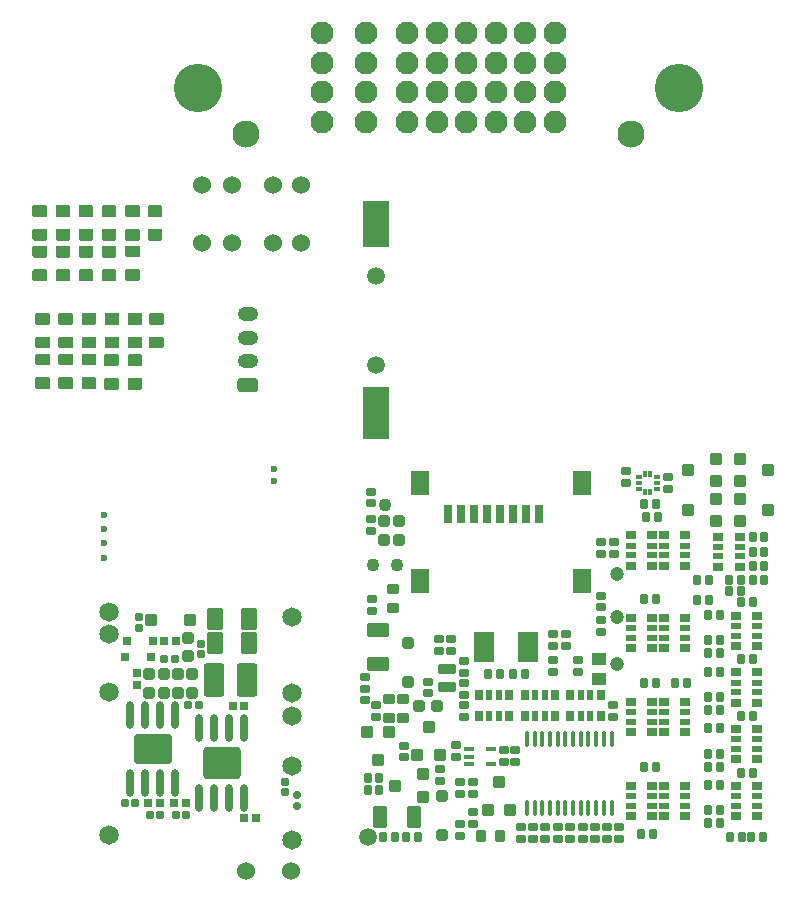
<source format=gbs>
G75*
G70*
%OFA0B0*%
%FSLAX25Y25*%
%IPPOS*%
%LPD*%
%AMOC8*
5,1,8,0,0,1.08239X$1,22.5*
%
%AMM108*
21,1,0.029530,0.026380,-0.000000,0.000000,0.000000*
21,1,0.020470,0.035430,-0.000000,0.000000,0.000000*
1,1,0.009060,0.010240,-0.013190*
1,1,0.009060,-0.010240,-0.013190*
1,1,0.009060,-0.010240,0.013190*
1,1,0.009060,0.010240,0.013190*
%
%AMM109*
21,1,0.021650,0.027950,-0.000000,0.000000,0.000000*
21,1,0.014170,0.035430,-0.000000,0.000000,0.000000*
1,1,0.007480,0.007090,-0.013980*
1,1,0.007480,-0.007090,-0.013980*
1,1,0.007480,-0.007090,0.013980*
1,1,0.007480,0.007090,0.013980*
%
%AMM112*
21,1,0.031500,0.018900,-0.000000,0.000000,180.000000*
21,1,0.022840,0.027560,-0.000000,0.000000,180.000000*
1,1,0.008660,-0.011420,0.009450*
1,1,0.008660,0.011420,0.009450*
1,1,0.008660,0.011420,-0.009450*
1,1,0.008660,-0.011420,-0.009450*
%
%AMM114*
21,1,0.031500,0.018900,-0.000000,0.000000,270.000000*
21,1,0.022840,0.027560,-0.000000,0.000000,270.000000*
1,1,0.008660,-0.009450,-0.011420*
1,1,0.008660,-0.009450,0.011420*
1,1,0.008660,0.009450,0.011420*
1,1,0.008660,0.009450,-0.011420*
%
%AMM116*
21,1,0.039370,0.030320,-0.000000,0.000000,0.000000*
21,1,0.028350,0.041340,-0.000000,0.000000,0.000000*
1,1,0.011020,0.014170,-0.015160*
1,1,0.011020,-0.014170,-0.015160*
1,1,0.011020,-0.014170,0.015160*
1,1,0.011020,0.014170,0.015160*
%
%AMM119*
21,1,0.031500,0.030710,-0.000000,0.000000,90.000000*
21,1,0.022050,0.040160,-0.000000,0.000000,90.000000*
1,1,0.009450,0.015350,0.011020*
1,1,0.009450,0.015350,-0.011020*
1,1,0.009450,-0.015350,-0.011020*
1,1,0.009450,-0.015350,0.011020*
%
%AMM137*
21,1,0.037400,0.026770,-0.000000,0.000000,180.000000*
21,1,0.026770,0.037400,-0.000000,0.000000,180.000000*
1,1,0.010630,-0.013390,0.013390*
1,1,0.010630,0.013390,0.013390*
1,1,0.010630,0.013390,-0.013390*
1,1,0.010630,-0.013390,-0.013390*
%
%AMM138*
21,1,0.029530,0.026380,-0.000000,0.000000,90.000000*
21,1,0.020470,0.035430,-0.000000,0.000000,90.000000*
1,1,0.009060,0.013190,0.010240*
1,1,0.009060,0.013190,-0.010240*
1,1,0.009060,-0.013190,-0.010240*
1,1,0.009060,-0.013190,0.010240*
%
%AMM139*
21,1,0.021650,0.027950,-0.000000,0.000000,90.000000*
21,1,0.014170,0.035430,-0.000000,0.000000,90.000000*
1,1,0.007480,0.013980,0.007090*
1,1,0.007480,0.013980,-0.007090*
1,1,0.007480,-0.013980,-0.007090*
1,1,0.007480,-0.013980,0.007090*
%
%AMM140*
21,1,0.037400,0.026770,-0.000000,0.000000,90.000000*
21,1,0.026770,0.037400,-0.000000,0.000000,90.000000*
1,1,0.010630,0.013390,0.013390*
1,1,0.010630,0.013390,-0.013390*
1,1,0.010630,-0.013390,-0.013390*
1,1,0.010630,-0.013390,0.013390*
%
%AMM141*
21,1,0.082680,0.045670,-0.000000,0.000000,270.000000*
21,1,0.067320,0.061020,-0.000000,0.000000,270.000000*
1,1,0.015350,-0.022840,-0.033660*
1,1,0.015350,-0.022840,0.033660*
1,1,0.015350,0.022840,0.033660*
1,1,0.015350,0.022840,-0.033660*
%
%AMM142*
21,1,0.062990,0.020470,-0.000000,0.000000,270.000000*
21,1,0.053940,0.029530,-0.000000,0.000000,270.000000*
1,1,0.009060,-0.010240,-0.026970*
1,1,0.009060,-0.010240,0.026970*
1,1,0.009060,0.010240,0.026970*
1,1,0.009060,0.010240,-0.026970*
%
%AMM143*
21,1,0.039370,0.030320,-0.000000,0.000000,270.000000*
21,1,0.028350,0.041340,-0.000000,0.000000,270.000000*
1,1,0.011020,-0.015160,-0.014170*
1,1,0.011020,-0.015160,0.014170*
1,1,0.011020,0.015160,0.014170*
1,1,0.011020,0.015160,-0.014170*
%
%AMM144*
21,1,0.016540,0.028980,-0.000000,0.000000,270.000000*
21,1,0.010080,0.035430,-0.000000,0.000000,270.000000*
1,1,0.006460,-0.014490,-0.005040*
1,1,0.006460,-0.014490,0.005040*
1,1,0.006460,0.014490,0.005040*
1,1,0.006460,0.014490,-0.005040*
%
%AMM145*
21,1,0.074800,0.036220,-0.000000,0.000000,90.000000*
21,1,0.061810,0.049210,-0.000000,0.000000,90.000000*
1,1,0.012990,0.018110,0.030910*
1,1,0.012990,0.018110,-0.030910*
1,1,0.012990,-0.018110,-0.030910*
1,1,0.012990,-0.018110,0.030910*
%
%AMM146*
21,1,0.039760,0.026770,-0.000000,0.000000,90.000000*
21,1,0.029130,0.037400,-0.000000,0.000000,90.000000*
1,1,0.010630,0.013390,0.014570*
1,1,0.010630,0.013390,-0.014570*
1,1,0.010630,-0.013390,-0.014570*
1,1,0.010630,-0.013390,0.014570*
%
%AMM147*
21,1,0.031500,0.049610,-0.000000,0.000000,90.000000*
21,1,0.022050,0.059060,-0.000000,0.000000,90.000000*
1,1,0.009450,0.024800,0.011020*
1,1,0.009450,0.024800,-0.011020*
1,1,0.009450,-0.024800,-0.011020*
1,1,0.009450,-0.024800,0.011020*
%
%AMM148*
21,1,0.074800,0.036220,-0.000000,0.000000,180.000000*
21,1,0.061810,0.049210,-0.000000,0.000000,180.000000*
1,1,0.012990,-0.030910,0.018110*
1,1,0.012990,0.030910,0.018110*
1,1,0.012990,0.030910,-0.018110*
1,1,0.012990,-0.030910,-0.018110*
%
%AMM149*
21,1,0.031500,0.030710,-0.000000,0.000000,180.000000*
21,1,0.022050,0.040160,-0.000000,0.000000,180.000000*
1,1,0.009450,-0.011020,0.015350*
1,1,0.009450,0.011020,0.015350*
1,1,0.009450,0.011020,-0.015350*
1,1,0.009450,-0.011020,-0.015350*
%
%AMM75*
21,1,0.041340,0.026770,0.000000,0.000000,0.000000*
21,1,0.029130,0.038980,0.000000,0.000000,0.000000*
1,1,0.012210,0.014570,-0.013390*
1,1,0.012210,-0.014570,-0.013390*
1,1,0.012210,-0.014570,0.013390*
1,1,0.012210,0.014570,0.013390*
%
%AMM76*
21,1,0.076380,0.036220,0.000000,0.000000,90.000000*
21,1,0.061810,0.050790,0.000000,0.000000,90.000000*
1,1,0.014570,0.018110,0.030910*
1,1,0.014570,0.018110,-0.030910*
1,1,0.014570,-0.018110,-0.030910*
1,1,0.014570,-0.018110,0.030910*
%
%AMM79*
21,1,0.029130,0.018900,0.000000,0.000000,90.000000*
21,1,0.018900,0.029130,0.000000,0.000000,90.000000*
1,1,0.010240,0.009450,0.009450*
1,1,0.010240,0.009450,-0.009450*
1,1,0.010240,-0.009450,-0.009450*
1,1,0.010240,-0.009450,0.009450*
%
%AMM80*
21,1,0.025200,0.019680,0.000000,0.000000,0.000000*
21,1,0.015750,0.029130,0.000000,0.000000,0.000000*
1,1,0.009450,0.007870,-0.009840*
1,1,0.009450,-0.007870,-0.009840*
1,1,0.009450,-0.007870,0.009840*
1,1,0.009450,0.007870,0.009840*
%
%AMM81*
21,1,0.025200,0.019680,0.000000,0.000000,270.000000*
21,1,0.015750,0.029130,0.000000,0.000000,270.000000*
1,1,0.009450,-0.009840,-0.007870*
1,1,0.009450,-0.009840,0.007870*
1,1,0.009450,0.009840,0.007870*
1,1,0.009450,0.009840,-0.007870*
%
%AMM87*
21,1,0.111810,0.050390,0.000000,0.000000,90.000000*
21,1,0.093700,0.068500,0.000000,0.000000,90.000000*
1,1,0.018110,0.025200,0.046850*
1,1,0.018110,0.025200,-0.046850*
1,1,0.018110,-0.025200,-0.046850*
1,1,0.018110,-0.025200,0.046850*
%
%AMM88*
21,1,0.038980,0.026770,0.000000,0.000000,270.000000*
21,1,0.026770,0.038980,0.000000,0.000000,270.000000*
1,1,0.012210,-0.013390,-0.013390*
1,1,0.012210,-0.013390,0.013390*
1,1,0.012210,0.013390,0.013390*
1,1,0.012210,0.013390,-0.013390*
%
%AMM89*
21,1,0.029130,0.018900,0.000000,0.000000,180.000000*
21,1,0.018900,0.029130,0.000000,0.000000,180.000000*
1,1,0.010240,-0.009450,0.009450*
1,1,0.010240,0.009450,0.009450*
1,1,0.010240,0.009450,-0.009450*
1,1,0.010240,-0.009450,-0.009450*
%
%AMM90*
21,1,0.127560,0.075590,0.000000,0.000000,180.000000*
21,1,0.103150,0.100000,0.000000,0.000000,180.000000*
1,1,0.024410,-0.051580,0.037800*
1,1,0.024410,0.051580,0.037800*
1,1,0.024410,0.051580,-0.037800*
1,1,0.024410,-0.051580,-0.037800*
%
%AMM91*
21,1,0.123620,0.083460,0.000000,0.000000,0.000000*
21,1,0.097240,0.109840,0.000000,0.000000,0.000000*
1,1,0.026380,0.048620,-0.041730*
1,1,0.026380,-0.048620,-0.041730*
1,1,0.026380,-0.048620,0.041730*
1,1,0.026380,0.048620,0.041730*
%
%ADD12C,0.06000*%
%ADD129C,0.04724*%
%ADD130C,0.04294*%
%ADD16O,0.06890X0.04724*%
%ADD160R,0.01772X0.01870*%
%ADD166R,0.01870X0.01772*%
%ADD17C,0.02362*%
%ADD191M75*%
%ADD192M76*%
%ADD195M79*%
%ADD196M80*%
%ADD197M81*%
%ADD198C,0.02913*%
%ADD199C,0.06457*%
%ADD206M87*%
%ADD207M88*%
%ADD208M89*%
%ADD209O,0.02520X0.09213*%
%ADD210M90*%
%ADD211M91*%
%ADD230M108*%
%ADD231M109*%
%ADD235M112*%
%ADD237M114*%
%ADD239M116*%
%ADD243M119*%
%ADD264M137*%
%ADD265M138*%
%ADD266M139*%
%ADD267M140*%
%ADD268M141*%
%ADD269M142*%
%ADD270M143*%
%ADD271M144*%
%ADD272O,0.01378X0.05354*%
%ADD273M145*%
%ADD274M146*%
%ADD275R,0.07087X0.09843*%
%ADD276M147*%
%ADD277R,0.04724X0.04331*%
%ADD278M148*%
%ADD279M149*%
%ADD30C,0.07677*%
%ADD37C,0.05906*%
%ADD53C,0.16142*%
%ADD54C,0.09055*%
%ADD63R,0.09055X0.17323*%
%ADD64R,0.09055X0.15748*%
X0000000Y0000000D02*
%LPD*%
G01*
D12*
X0111811Y0236024D03*
X0111811Y0216732D03*
G36*
G01*
X0096358Y0166929D02*
X0091437Y0166929D01*
G75*
G02*
X0090453Y0167913I0000000J0000984D01*
G01*
X0090453Y0170669D01*
G75*
G02*
X0091437Y0171654I0000984J0000000D01*
G01*
X0096358Y0171654D01*
G75*
G02*
X0097343Y0170669I0000000J-000984D01*
G01*
X0097343Y0167913D01*
G75*
G02*
X0096358Y0166929I-000984J0000000D01*
G01*
G37*
D16*
X0093898Y0177165D03*
X0093898Y0185039D03*
X0093898Y0192913D03*
D53*
X0237795Y0268307D03*
D54*
X0221654Y0253150D03*
X0093307Y0253150D03*
D53*
X0077165Y0268307D03*
D30*
X0196260Y0257087D03*
X0196260Y0266929D03*
X0196260Y0276772D03*
X0196260Y0286614D03*
X0186417Y0257087D03*
X0186417Y0266929D03*
X0186417Y0276772D03*
X0186417Y0286614D03*
X0176575Y0257087D03*
X0176575Y0266929D03*
X0176575Y0276772D03*
X0176575Y0286614D03*
X0166732Y0257087D03*
X0166732Y0266929D03*
X0166732Y0276772D03*
X0166732Y0286614D03*
X0156890Y0257087D03*
X0156890Y0266929D03*
X0156890Y0276772D03*
X0156890Y0286614D03*
X0147047Y0257087D03*
X0147047Y0266929D03*
X0147047Y0276772D03*
X0147047Y0286614D03*
X0133268Y0257087D03*
X0133268Y0266929D03*
X0133268Y0276772D03*
X0133268Y0286614D03*
X0118701Y0257087D03*
X0118701Y0266929D03*
X0118701Y0276772D03*
X0118701Y0286614D03*
D12*
X0088583Y0236024D03*
X0088583Y0216732D03*
X0093287Y0007480D03*
X0108287Y0007480D03*
X0078740Y0236024D03*
X0078740Y0216732D03*
X0102362Y0236024D03*
X0102362Y0216732D03*
D17*
X0045915Y0121260D03*
X0045915Y0125984D03*
X0045915Y0116535D03*
X0045915Y0111811D03*
X0102707Y0137244D03*
X0102707Y0141181D03*
D37*
X0108563Y0091831D03*
X0108563Y0066634D03*
X0108563Y0059154D03*
X0108563Y0042224D03*
D17*
X0110335Y0032776D03*
X0110335Y0028839D03*
D37*
X0108563Y0017618D03*
X0047539Y0093602D03*
X0047539Y0086319D03*
X0047539Y0066831D03*
X0047539Y0019390D03*
G36*
G01*
X0057579Y0203996D02*
X0053445Y0203996D01*
G75*
G02*
X0053051Y0204390I0000000J0000394D01*
G01*
X0053051Y0207539D01*
G75*
G02*
X0053445Y0207933I0000394J0000000D01*
G01*
X0057579Y0207933D01*
G75*
G02*
X0057973Y0207539I0000000J-000394D01*
G01*
X0057973Y0204390D01*
G75*
G02*
X0057579Y0203996I-000394J0000000D01*
G01*
G37*
G36*
G01*
X0057579Y0211870D02*
X0053445Y0211870D01*
G75*
G02*
X0053051Y0212264I0000000J0000394D01*
G01*
X0053051Y0215413D01*
G75*
G02*
X0053445Y0215807I0000394J0000000D01*
G01*
X0057579Y0215807D01*
G75*
G02*
X0057973Y0215413I0000000J-000394D01*
G01*
X0057973Y0212264D01*
G75*
G02*
X0057579Y0211870I-000394J0000000D01*
G01*
G37*
G36*
G01*
X0042028Y0203937D02*
X0037894Y0203937D01*
G75*
G02*
X0037500Y0204331I0000000J0000394D01*
G01*
X0037500Y0207480D01*
G75*
G02*
X0037894Y0207874I0000394J0000000D01*
G01*
X0042028Y0207874D01*
G75*
G02*
X0042421Y0207480I0000000J-000394D01*
G01*
X0042421Y0204331D01*
G75*
G02*
X0042028Y0203937I-000394J0000000D01*
G01*
G37*
G36*
G01*
X0042028Y0211811D02*
X0037894Y0211811D01*
G75*
G02*
X0037500Y0212205I0000000J0000394D01*
G01*
X0037500Y0215354D01*
G75*
G02*
X0037894Y0215748I0000394J0000000D01*
G01*
X0042028Y0215748D01*
G75*
G02*
X0042421Y0215354I0000000J-000394D01*
G01*
X0042421Y0212205D01*
G75*
G02*
X0042028Y0211811I-000394J0000000D01*
G01*
G37*
G36*
G01*
X0037894Y0229252D02*
X0042028Y0229252D01*
G75*
G02*
X0042421Y0228858I0000000J-000394D01*
G01*
X0042421Y0225709D01*
G75*
G02*
X0042028Y0225315I-000394J0000000D01*
G01*
X0037894Y0225315D01*
G75*
G02*
X0037500Y0225709I0000000J0000394D01*
G01*
X0037500Y0228858D01*
G75*
G02*
X0037894Y0229252I0000394J0000000D01*
G01*
G37*
G36*
G01*
X0037894Y0221378D02*
X0042028Y0221378D01*
G75*
G02*
X0042421Y0220984I0000000J-000394D01*
G01*
X0042421Y0217835D01*
G75*
G02*
X0042028Y0217441I-000394J0000000D01*
G01*
X0037894Y0217441D01*
G75*
G02*
X0037500Y0217835I0000000J0000394D01*
G01*
X0037500Y0220984D01*
G75*
G02*
X0037894Y0221378I0000394J0000000D01*
G01*
G37*
G36*
G01*
X0038878Y0193307D02*
X0043012Y0193307D01*
G75*
G02*
X0043406Y0192913I0000000J-000394D01*
G01*
X0043406Y0189764D01*
G75*
G02*
X0043012Y0189370I-000394J0000000D01*
G01*
X0038878Y0189370D01*
G75*
G02*
X0038484Y0189764I0000000J0000394D01*
G01*
X0038484Y0192913D01*
G75*
G02*
X0038878Y0193307I0000394J0000000D01*
G01*
G37*
G36*
G01*
X0038878Y0185433D02*
X0043012Y0185433D01*
G75*
G02*
X0043406Y0185039I0000000J-000394D01*
G01*
X0043406Y0181890D01*
G75*
G02*
X0043012Y0181496I-000394J0000000D01*
G01*
X0038878Y0181496D01*
G75*
G02*
X0038484Y0181890I0000000J0000394D01*
G01*
X0038484Y0185039D01*
G75*
G02*
X0038878Y0185433I0000394J0000000D01*
G01*
G37*
G36*
G01*
X0043012Y0167992D02*
X0038878Y0167992D01*
G75*
G02*
X0038484Y0168386I0000000J0000394D01*
G01*
X0038484Y0171535D01*
G75*
G02*
X0038878Y0171929I0000394J0000000D01*
G01*
X0043012Y0171929D01*
G75*
G02*
X0043406Y0171535I0000000J-000394D01*
G01*
X0043406Y0168386D01*
G75*
G02*
X0043012Y0167992I-000394J0000000D01*
G01*
G37*
G36*
G01*
X0043012Y0175866D02*
X0038878Y0175866D01*
G75*
G02*
X0038484Y0176260I0000000J0000394D01*
G01*
X0038484Y0179409D01*
G75*
G02*
X0038878Y0179803I0000394J0000000D01*
G01*
X0043012Y0179803D01*
G75*
G02*
X0043406Y0179409I0000000J-000394D01*
G01*
X0043406Y0176260D01*
G75*
G02*
X0043012Y0175866I-000394J0000000D01*
G01*
G37*
G36*
G01*
X0035335Y0167992D02*
X0031201Y0167992D01*
G75*
G02*
X0030807Y0168386I0000000J0000394D01*
G01*
X0030807Y0171535D01*
G75*
G02*
X0031201Y0171929I0000394J0000000D01*
G01*
X0035335Y0171929D01*
G75*
G02*
X0035728Y0171535I0000000J-000394D01*
G01*
X0035728Y0168386D01*
G75*
G02*
X0035335Y0167992I-000394J0000000D01*
G01*
G37*
G36*
G01*
X0035335Y0175866D02*
X0031201Y0175866D01*
G75*
G02*
X0030807Y0176260I0000000J0000394D01*
G01*
X0030807Y0179409D01*
G75*
G02*
X0031201Y0179803I0000394J0000000D01*
G01*
X0035335Y0179803D01*
G75*
G02*
X0035728Y0179409I0000000J-000394D01*
G01*
X0035728Y0176260D01*
G75*
G02*
X0035335Y0175866I-000394J0000000D01*
G01*
G37*
G36*
G01*
X0026673Y0203937D02*
X0022540Y0203937D01*
G75*
G02*
X0022146Y0204331I0000000J0000394D01*
G01*
X0022146Y0207480D01*
G75*
G02*
X0022540Y0207874I0000394J0000000D01*
G01*
X0026673Y0207874D01*
G75*
G02*
X0027067Y0207480I0000000J-000394D01*
G01*
X0027067Y0204331D01*
G75*
G02*
X0026673Y0203937I-000394J0000000D01*
G01*
G37*
G36*
G01*
X0026673Y0211811D02*
X0022540Y0211811D01*
G75*
G02*
X0022146Y0212205I0000000J0000394D01*
G01*
X0022146Y0215354D01*
G75*
G02*
X0022540Y0215748I0000394J0000000D01*
G01*
X0026673Y0215748D01*
G75*
G02*
X0027067Y0215354I0000000J-000394D01*
G01*
X0027067Y0212205D01*
G75*
G02*
X0026673Y0211811I-000394J0000000D01*
G01*
G37*
G36*
G01*
X0049705Y0203937D02*
X0045571Y0203937D01*
G75*
G02*
X0045177Y0204331I0000000J0000394D01*
G01*
X0045177Y0207480D01*
G75*
G02*
X0045571Y0207874I0000394J0000000D01*
G01*
X0049705Y0207874D01*
G75*
G02*
X0050098Y0207480I0000000J-000394D01*
G01*
X0050098Y0204331D01*
G75*
G02*
X0049705Y0203937I-000394J0000000D01*
G01*
G37*
G36*
G01*
X0049705Y0211811D02*
X0045571Y0211811D01*
G75*
G02*
X0045177Y0212205I0000000J0000394D01*
G01*
X0045177Y0215354D01*
G75*
G02*
X0045571Y0215748I0000394J0000000D01*
G01*
X0049705Y0215748D01*
G75*
G02*
X0050098Y0215354I0000000J-000394D01*
G01*
X0050098Y0212205D01*
G75*
G02*
X0049705Y0211811I-000394J0000000D01*
G01*
G37*
G36*
G01*
X0034351Y0203937D02*
X0030217Y0203937D01*
G75*
G02*
X0029823Y0204331I0000000J0000394D01*
G01*
X0029823Y0207480D01*
G75*
G02*
X0030217Y0207874I0000394J0000000D01*
G01*
X0034351Y0207874D01*
G75*
G02*
X0034744Y0207480I0000000J-000394D01*
G01*
X0034744Y0204331D01*
G75*
G02*
X0034351Y0203937I-000394J0000000D01*
G01*
G37*
G36*
G01*
X0034351Y0211811D02*
X0030217Y0211811D01*
G75*
G02*
X0029823Y0212205I0000000J0000394D01*
G01*
X0029823Y0215354D01*
G75*
G02*
X0030217Y0215748I0000394J0000000D01*
G01*
X0034351Y0215748D01*
G75*
G02*
X0034744Y0215354I0000000J-000394D01*
G01*
X0034744Y0212205D01*
G75*
G02*
X0034351Y0211811I-000394J0000000D01*
G01*
G37*
G36*
G01*
X0060926Y0229252D02*
X0065059Y0229252D01*
G75*
G02*
X0065453Y0228858I0000000J-000394D01*
G01*
X0065453Y0225709D01*
G75*
G02*
X0065059Y0225315I-000394J0000000D01*
G01*
X0060926Y0225315D01*
G75*
G02*
X0060532Y0225709I0000000J0000394D01*
G01*
X0060532Y0228858D01*
G75*
G02*
X0060926Y0229252I0000394J0000000D01*
G01*
G37*
G36*
G01*
X0060926Y0221378D02*
X0065059Y0221378D01*
G75*
G02*
X0065453Y0220984I0000000J-000394D01*
G01*
X0065453Y0217835D01*
G75*
G02*
X0065059Y0217441I-000394J0000000D01*
G01*
X0060926Y0217441D01*
G75*
G02*
X0060532Y0217835I0000000J0000394D01*
G01*
X0060532Y0220984D01*
G75*
G02*
X0060926Y0221378I0000394J0000000D01*
G01*
G37*
G36*
G01*
X0023524Y0193307D02*
X0027658Y0193307D01*
G75*
G02*
X0028051Y0192913I0000000J-000394D01*
G01*
X0028051Y0189764D01*
G75*
G02*
X0027658Y0189370I-000394J0000000D01*
G01*
X0023524Y0189370D01*
G75*
G02*
X0023130Y0189764I0000000J0000394D01*
G01*
X0023130Y0192913D01*
G75*
G02*
X0023524Y0193307I0000394J0000000D01*
G01*
G37*
G36*
G01*
X0023524Y0185433D02*
X0027658Y0185433D01*
G75*
G02*
X0028051Y0185039I0000000J-000394D01*
G01*
X0028051Y0181890D01*
G75*
G02*
X0027658Y0181496I-000394J0000000D01*
G01*
X0023524Y0181496D01*
G75*
G02*
X0023130Y0181890I0000000J0000394D01*
G01*
X0023130Y0185039D01*
G75*
G02*
X0023524Y0185433I0000394J0000000D01*
G01*
G37*
G36*
G01*
X0027658Y0167992D02*
X0023524Y0167992D01*
G75*
G02*
X0023130Y0168386I0000000J0000394D01*
G01*
X0023130Y0171535D01*
G75*
G02*
X0023524Y0171929I0000394J0000000D01*
G01*
X0027658Y0171929D01*
G75*
G02*
X0028051Y0171535I0000000J-000394D01*
G01*
X0028051Y0168386D01*
G75*
G02*
X0027658Y0167992I-000394J0000000D01*
G01*
G37*
G36*
G01*
X0027658Y0175866D02*
X0023524Y0175866D01*
G75*
G02*
X0023130Y0176260I0000000J0000394D01*
G01*
X0023130Y0179409D01*
G75*
G02*
X0023524Y0179803I0000394J0000000D01*
G01*
X0027658Y0179803D01*
G75*
G02*
X0028051Y0179409I0000000J-000394D01*
G01*
X0028051Y0176260D01*
G75*
G02*
X0027658Y0175866I-000394J0000000D01*
G01*
G37*
G36*
G01*
X0054232Y0193307D02*
X0058366Y0193307D01*
G75*
G02*
X0058760Y0192913I0000000J-000394D01*
G01*
X0058760Y0189764D01*
G75*
G02*
X0058366Y0189370I-000394J0000000D01*
G01*
X0054232Y0189370D01*
G75*
G02*
X0053838Y0189764I0000000J0000394D01*
G01*
X0053838Y0192913D01*
G75*
G02*
X0054232Y0193307I0000394J0000000D01*
G01*
G37*
G36*
G01*
X0054232Y0185433D02*
X0058366Y0185433D01*
G75*
G02*
X0058760Y0185039I0000000J-000394D01*
G01*
X0058760Y0181890D01*
G75*
G02*
X0058366Y0181496I-000394J0000000D01*
G01*
X0054232Y0181496D01*
G75*
G02*
X0053838Y0181890I0000000J0000394D01*
G01*
X0053838Y0185039D01*
G75*
G02*
X0054232Y0185433I0000394J0000000D01*
G01*
G37*
X0136614Y0175984D03*
X0136614Y0205511D03*
D63*
X0136614Y0159842D03*
D64*
X0136614Y0222834D03*
G36*
G01*
X0058366Y0167717D02*
X0054232Y0167717D01*
G75*
G02*
X0053839Y0168110I0000000J0000394D01*
G01*
X0053839Y0171260D01*
G75*
G02*
X0054232Y0171654I0000394J0000000D01*
G01*
X0058366Y0171654D01*
G75*
G02*
X0058760Y0171260I0000000J-000394D01*
G01*
X0058760Y0168110D01*
G75*
G02*
X0058366Y0167717I-000394J0000000D01*
G01*
G37*
G36*
G01*
X0058366Y0175591D02*
X0054232Y0175591D01*
G75*
G02*
X0053839Y0175984I0000000J0000394D01*
G01*
X0053839Y0179134D01*
G75*
G02*
X0054232Y0179528I0000394J0000000D01*
G01*
X0058366Y0179528D01*
G75*
G02*
X0058760Y0179134I0000000J-000394D01*
G01*
X0058760Y0175984D01*
G75*
G02*
X0058366Y0175591I-000394J0000000D01*
G01*
G37*
G36*
G01*
X0061319Y0193307D02*
X0065453Y0193307D01*
G75*
G02*
X0065846Y0192913I0000000J-000394D01*
G01*
X0065846Y0189764D01*
G75*
G02*
X0065453Y0189370I-000394J0000000D01*
G01*
X0061319Y0189370D01*
G75*
G02*
X0060925Y0189764I0000000J0000394D01*
G01*
X0060925Y0192913D01*
G75*
G02*
X0061319Y0193307I0000394J0000000D01*
G01*
G37*
G36*
G01*
X0061319Y0185433D02*
X0065453Y0185433D01*
G75*
G02*
X0065846Y0185039I0000000J-000394D01*
G01*
X0065846Y0181890D01*
G75*
G02*
X0065453Y0181496I-000394J0000000D01*
G01*
X0061319Y0181496D01*
G75*
G02*
X0060925Y0181890I0000000J0000394D01*
G01*
X0060925Y0185039D01*
G75*
G02*
X0061319Y0185433I0000394J0000000D01*
G01*
G37*
G36*
G01*
X0046555Y0193307D02*
X0050689Y0193307D01*
G75*
G02*
X0051083Y0192913I0000000J-000394D01*
G01*
X0051083Y0189764D01*
G75*
G02*
X0050689Y0189370I-000394J0000000D01*
G01*
X0046555Y0189370D01*
G75*
G02*
X0046161Y0189764I0000000J0000394D01*
G01*
X0046161Y0192913D01*
G75*
G02*
X0046555Y0193307I0000394J0000000D01*
G01*
G37*
G36*
G01*
X0046555Y0185433D02*
X0050689Y0185433D01*
G75*
G02*
X0051083Y0185039I0000000J-000394D01*
G01*
X0051083Y0181890D01*
G75*
G02*
X0050689Y0181496I-000394J0000000D01*
G01*
X0046555Y0181496D01*
G75*
G02*
X0046161Y0181890I0000000J0000394D01*
G01*
X0046161Y0185039D01*
G75*
G02*
X0046555Y0185433I0000394J0000000D01*
G01*
G37*
G36*
G01*
X0050492Y0167717D02*
X0046358Y0167717D01*
G75*
G02*
X0045965Y0168110I0000000J0000394D01*
G01*
X0045965Y0171260D01*
G75*
G02*
X0046358Y0171654I0000394J0000000D01*
G01*
X0050492Y0171654D01*
G75*
G02*
X0050886Y0171260I0000000J-000394D01*
G01*
X0050886Y0168110D01*
G75*
G02*
X0050492Y0167717I-000394J0000000D01*
G01*
G37*
G36*
G01*
X0050492Y0175591D02*
X0046358Y0175591D01*
G75*
G02*
X0045965Y0175984I0000000J0000394D01*
G01*
X0045965Y0179134D01*
G75*
G02*
X0046358Y0179528I0000394J0000000D01*
G01*
X0050492Y0179528D01*
G75*
G02*
X0050886Y0179134I0000000J-000394D01*
G01*
X0050886Y0175984D01*
G75*
G02*
X0050492Y0175591I-000394J0000000D01*
G01*
G37*
G36*
G01*
X0022540Y0229252D02*
X0026673Y0229252D01*
G75*
G02*
X0027067Y0228858I0000000J-000394D01*
G01*
X0027067Y0225709D01*
G75*
G02*
X0026673Y0225315I-000394J0000000D01*
G01*
X0022540Y0225315D01*
G75*
G02*
X0022146Y0225709I0000000J0000394D01*
G01*
X0022146Y0228858D01*
G75*
G02*
X0022540Y0229252I0000394J0000000D01*
G01*
G37*
G36*
G01*
X0022540Y0221378D02*
X0026673Y0221378D01*
G75*
G02*
X0027067Y0220984I0000000J-000394D01*
G01*
X0027067Y0217835D01*
G75*
G02*
X0026673Y0217441I-000394J0000000D01*
G01*
X0022540Y0217441D01*
G75*
G02*
X0022146Y0217835I0000000J0000394D01*
G01*
X0022146Y0220984D01*
G75*
G02*
X0022540Y0221378I0000394J0000000D01*
G01*
G37*
G36*
G01*
X0045571Y0229252D02*
X0049705Y0229252D01*
G75*
G02*
X0050098Y0228858I0000000J-000394D01*
G01*
X0050098Y0225709D01*
G75*
G02*
X0049705Y0225315I-000394J0000000D01*
G01*
X0045571Y0225315D01*
G75*
G02*
X0045177Y0225709I0000000J0000394D01*
G01*
X0045177Y0228858D01*
G75*
G02*
X0045571Y0229252I0000394J0000000D01*
G01*
G37*
G36*
G01*
X0045571Y0221378D02*
X0049705Y0221378D01*
G75*
G02*
X0050098Y0220984I0000000J-000394D01*
G01*
X0050098Y0217835D01*
G75*
G02*
X0049705Y0217441I-000394J0000000D01*
G01*
X0045571Y0217441D01*
G75*
G02*
X0045177Y0217835I0000000J0000394D01*
G01*
X0045177Y0220984D01*
G75*
G02*
X0045571Y0221378I0000394J0000000D01*
G01*
G37*
G36*
G01*
X0030217Y0229252D02*
X0034351Y0229252D01*
G75*
G02*
X0034744Y0228858I0000000J-000394D01*
G01*
X0034744Y0225709D01*
G75*
G02*
X0034351Y0225315I-000394J0000000D01*
G01*
X0030217Y0225315D01*
G75*
G02*
X0029823Y0225709I0000000J0000394D01*
G01*
X0029823Y0228858D01*
G75*
G02*
X0030217Y0229252I0000394J0000000D01*
G01*
G37*
G36*
G01*
X0030217Y0221378D02*
X0034351Y0221378D01*
G75*
G02*
X0034744Y0220984I0000000J-000394D01*
G01*
X0034744Y0217835D01*
G75*
G02*
X0034351Y0217441I-000394J0000000D01*
G01*
X0030217Y0217441D01*
G75*
G02*
X0029823Y0217835I0000000J0000394D01*
G01*
X0029823Y0220984D01*
G75*
G02*
X0030217Y0221378I0000394J0000000D01*
G01*
G37*
G36*
G01*
X0053445Y0229193D02*
X0057579Y0229193D01*
G75*
G02*
X0057973Y0228799I0000000J-000394D01*
G01*
X0057973Y0225650D01*
G75*
G02*
X0057579Y0225256I-000394J0000000D01*
G01*
X0053445Y0225256D01*
G75*
G02*
X0053051Y0225650I0000000J0000394D01*
G01*
X0053051Y0228799D01*
G75*
G02*
X0053445Y0229193I0000394J0000000D01*
G01*
G37*
G36*
G01*
X0053445Y0221319D02*
X0057579Y0221319D01*
G75*
G02*
X0057973Y0220925I0000000J-000394D01*
G01*
X0057973Y0217776D01*
G75*
G02*
X0057579Y0217382I-000394J0000000D01*
G01*
X0053445Y0217382D01*
G75*
G02*
X0053051Y0217776I0000000J0000394D01*
G01*
X0053051Y0220925D01*
G75*
G02*
X0053445Y0221319I0000394J0000000D01*
G01*
G37*
G36*
G01*
X0031201Y0193307D02*
X0035335Y0193307D01*
G75*
G02*
X0035728Y0192913I0000000J-000394D01*
G01*
X0035728Y0189764D01*
G75*
G02*
X0035335Y0189370I-000394J0000000D01*
G01*
X0031201Y0189370D01*
G75*
G02*
X0030807Y0189764I0000000J0000394D01*
G01*
X0030807Y0192913D01*
G75*
G02*
X0031201Y0193307I0000394J0000000D01*
G01*
G37*
G36*
G01*
X0031201Y0185433D02*
X0035335Y0185433D01*
G75*
G02*
X0035728Y0185039I0000000J-000394D01*
G01*
X0035728Y0181890D01*
G75*
G02*
X0035335Y0181496I-000394J0000000D01*
G01*
X0031201Y0181496D01*
G75*
G02*
X0030807Y0181890I0000000J0000394D01*
G01*
X0030807Y0185039D01*
G75*
G02*
X0031201Y0185433I0000394J0000000D01*
G01*
G37*
X0271260Y0014173D02*
G01*
G75*
D230*
X0186221Y0066142D02*
D03*
X0211516Y0066142D02*
D03*
X0196260Y0066142D02*
D03*
X0201476Y0066142D02*
D03*
X0170965Y0059055D02*
D03*
X0170965Y0066142D02*
D03*
X0181004Y0066142D02*
D03*
X0181004Y0059055D02*
D03*
X0211516Y0059055D02*
D03*
X0201476Y0059055D02*
D03*
X0196260Y0059055D02*
D03*
X0186221Y0059055D02*
D03*
D231*
X0189666Y0066142D02*
D03*
X0204921Y0066142D02*
D03*
X0192815Y0066142D02*
D03*
X0208071Y0066142D02*
D03*
X0177559Y0066142D02*
D03*
X0174410Y0066142D02*
D03*
X0174410Y0059055D02*
D03*
X0177559Y0059055D02*
D03*
X0204921Y0059055D02*
D03*
X0208071Y0059055D02*
D03*
X0189666Y0059055D02*
D03*
X0192815Y0059055D02*
D03*
D235*
X0133071Y0068110D02*
D03*
X0133071Y0064173D02*
D03*
X0136614Y0062598D02*
D03*
X0136614Y0058661D02*
D03*
X0153937Y0070472D02*
D03*
X0153937Y0066535D02*
D03*
X0211639Y0099125D02*
D03*
X0211639Y0095188D02*
D03*
X0211639Y0090929D02*
D03*
X0211639Y0086992D02*
D03*
X0179172Y0047607D02*
D03*
X0179172Y0043670D02*
D03*
X0182895Y0047607D02*
D03*
X0182895Y0043670D02*
D03*
X0146063Y0045191D02*
D03*
X0146063Y0049128D02*
D03*
X0135130Y0133825D02*
D03*
X0135369Y0098077D02*
D03*
X0211639Y0112992D02*
D03*
X0157481Y0080708D02*
D03*
X0161811Y0080708D02*
D03*
X0166030Y0077278D02*
D03*
X0165975Y0066001D02*
D03*
X0195635Y0086417D02*
D03*
X0195635Y0077628D02*
D03*
X0204120Y0073691D02*
D03*
X0233986Y0138608D02*
D03*
X0216142Y0112992D02*
D03*
X0133071Y0072047D02*
D03*
X0166066Y0058661D02*
D03*
X0164668Y0037008D02*
D03*
X0164668Y0022943D02*
D03*
X0168898Y0037008D02*
D03*
X0168898Y0022943D02*
D03*
X0215806Y0062646D02*
D03*
X0217717Y0018110D02*
D03*
X0157481Y0084645D02*
D03*
X0195635Y0073691D02*
D03*
X0195635Y0082480D02*
D03*
X0200123Y0082480D02*
D03*
X0200123Y0086417D02*
D03*
X0220079Y0140551D02*
D03*
X0220079Y0136614D02*
D03*
X0233986Y0134671D02*
D03*
X0163162Y0049226D02*
D03*
X0163162Y0045289D02*
D03*
X0164668Y0019005D02*
D03*
X0166066Y0062598D02*
D03*
X0204120Y0077628D02*
D03*
X0165975Y0069938D02*
D03*
X0166030Y0073341D02*
D03*
X0168898Y0033071D02*
D03*
X0215806Y0058709D02*
D03*
X0217717Y0022047D02*
D03*
X0135369Y0094140D02*
D03*
X0133071Y0068110D02*
D03*
X0158095Y0041338D02*
D03*
X0158095Y0037401D02*
D03*
X0164668Y0033071D02*
D03*
X0216142Y0116929D02*
D03*
X0211639Y0116929D02*
D03*
X0161811Y0084645D02*
D03*
X0135130Y0129888D02*
D03*
X0135130Y0120572D02*
D03*
X0135130Y0124509D02*
D03*
X0168898Y0026880D02*
D03*
X0213780Y0018110D02*
D03*
X0213780Y0022047D02*
D03*
X0201378Y0018110D02*
D03*
X0201378Y0022047D02*
D03*
X0197244Y0018110D02*
D03*
X0197244Y0022047D02*
D03*
X0188976Y0018110D02*
D03*
X0188976Y0022047D02*
D03*
X0193110Y0018110D02*
D03*
X0193110Y0022047D02*
D03*
X0184843Y0018110D02*
D03*
X0184843Y0022047D02*
D03*
X0205512Y0018110D02*
D03*
X0205512Y0022047D02*
D03*
X0209646Y0018110D02*
D03*
X0209646Y0022047D02*
D03*
D237*
X0182284Y0073100D02*
D03*
X0178051Y0073100D02*
D03*
X0266142Y0118504D02*
D03*
X0266142Y0113779D02*
D03*
X0266142Y0109055D02*
D03*
X0266142Y0104331D02*
D03*
X0137795Y0034252D02*
D03*
X0137795Y0038386D02*
D03*
X0230016Y0129566D02*
D03*
X0226079Y0129566D02*
D03*
X0138977Y0018637D02*
D03*
X0142913Y0018637D02*
D03*
X0174114Y0073100D02*
D03*
X0186221Y0073100D02*
D03*
X0230512Y0125394D02*
D03*
X0226575Y0125394D02*
D03*
X0258288Y0100621D02*
D03*
X0254351Y0100621D02*
D03*
X0254351Y0104331D02*
D03*
X0258288Y0104331D02*
D03*
X0243701Y0104331D02*
D03*
X0247638Y0104331D02*
D03*
X0262205Y0104331D02*
D03*
X0262205Y0109055D02*
D03*
X0262205Y0118504D02*
D03*
X0262205Y0113779D02*
D03*
X0229011Y0019672D02*
D03*
X0225074Y0019672D02*
D03*
X0225984Y0069882D02*
D03*
X0229921Y0069882D02*
D03*
X0236221Y0069882D02*
D03*
X0240158Y0069882D02*
D03*
X0225984Y0041929D02*
D03*
X0229921Y0041929D02*
D03*
X0251378Y0065354D02*
D03*
X0247441Y0065354D02*
D03*
X0251378Y0036024D02*
D03*
X0247441Y0036024D02*
D03*
X0251378Y0023228D02*
D03*
X0247441Y0023228D02*
D03*
X0258288Y0040120D02*
D03*
X0262225Y0040120D02*
D03*
X0258662Y0018504D02*
D03*
X0254725Y0018504D02*
D03*
X0261811Y0018701D02*
D03*
X0265748Y0018701D02*
D03*
X0150503Y0018637D02*
D03*
X0146566Y0018637D02*
D03*
X0133858Y0034252D02*
D03*
X0133858Y0038386D02*
D03*
X0247441Y0042126D02*
D03*
X0251378Y0042126D02*
D03*
X0247441Y0046456D02*
D03*
X0251378Y0046456D02*
D03*
X0247441Y0054921D02*
D03*
X0251378Y0054921D02*
D03*
X0262225Y0059087D02*
D03*
X0258288Y0059087D02*
D03*
X0229921Y0097834D02*
D03*
X0225984Y0097834D02*
D03*
X0247441Y0027559D02*
D03*
X0251378Y0027559D02*
D03*
X0262225Y0077930D02*
D03*
X0258288Y0077930D02*
D03*
X0247441Y0073819D02*
D03*
X0251378Y0073819D02*
D03*
X0247441Y0061024D02*
D03*
X0251378Y0061024D02*
D03*
X0262225Y0096910D02*
D03*
X0258288Y0096910D02*
D03*
X0247441Y0092717D02*
D03*
X0251378Y0092717D02*
D03*
X0247441Y0084252D02*
D03*
X0251378Y0084252D02*
D03*
X0247441Y0079921D02*
D03*
X0251378Y0079921D02*
D03*
X0243701Y0097698D02*
D03*
X0247638Y0097698D02*
D03*
D239*
X0141004Y0053730D02*
D03*
X0150479Y0045990D02*
D03*
X0173849Y0027657D02*
D03*
D243*
X0142421Y0101378D02*
D03*
X0142421Y0095078D02*
D03*
X0141043Y0064764D02*
D03*
X0141043Y0058464D02*
D03*
X0145669Y0064764D02*
D03*
X0145669Y0058464D02*
D03*
D239*
X0177590Y0036909D02*
D03*
X0157959Y0045990D02*
D03*
X0154219Y0055242D02*
D03*
X0133524Y0053730D02*
D03*
X0137264Y0044478D02*
D03*
X0181330Y0027657D02*
D03*
D129*
X0217126Y0092086D02*
D03*
X0217126Y0106299D02*
D03*
X0217126Y0076299D02*
D03*
D130*
X0139567Y0129291D02*
D03*
X0143567Y0109291D02*
D03*
X0135567Y0109291D02*
D03*
D37*
X0133858Y0018504D02*
D03*
D264*
X0150866Y0062204D02*
D03*
X0157087Y0062204D02*
D03*
D265*
X0221654Y0091634D02*
D03*
X0228740Y0091634D02*
D03*
X0228740Y0081594D02*
D03*
X0221654Y0081594D02*
D03*
X0228740Y0063681D02*
D03*
X0228740Y0035728D02*
D03*
X0232677Y0053642D02*
D03*
X0257874Y0108760D02*
D03*
X0250788Y0108760D02*
D03*
X0250788Y0118799D02*
D03*
X0257874Y0118799D02*
D03*
X0239764Y0025689D02*
D03*
X0232677Y0025689D02*
D03*
X0232677Y0035728D02*
D03*
X0239764Y0035728D02*
D03*
X0221654Y0035728D02*
D03*
X0228740Y0025689D02*
D03*
X0221654Y0025689D02*
D03*
X0239764Y0053642D02*
D03*
X0232677Y0063681D02*
D03*
X0239764Y0063681D02*
D03*
X0221654Y0063681D02*
D03*
X0228740Y0053642D02*
D03*
X0221654Y0053642D02*
D03*
X0263583Y0054626D02*
D03*
X0256496Y0054626D02*
D03*
X0256496Y0044586D02*
D03*
X0263583Y0044586D02*
D03*
X0263583Y0035728D02*
D03*
X0256496Y0035728D02*
D03*
X0256496Y0025689D02*
D03*
X0263583Y0025689D02*
D03*
X0263583Y0073524D02*
D03*
X0256496Y0073524D02*
D03*
X0256496Y0063484D02*
D03*
X0263583Y0063484D02*
D03*
X0263583Y0092421D02*
D03*
X0256496Y0092421D02*
D03*
X0256496Y0082382D02*
D03*
X0263583Y0082382D02*
D03*
X0239764Y0091634D02*
D03*
X0232677Y0091634D02*
D03*
X0232677Y0081594D02*
D03*
X0239764Y0081594D02*
D03*
X0239764Y0119193D02*
D03*
X0232677Y0119193D02*
D03*
X0232677Y0109153D02*
D03*
X0239764Y0109153D02*
D03*
X0221654Y0109153D02*
D03*
X0228740Y0109153D02*
D03*
X0228740Y0119193D02*
D03*
X0221654Y0119193D02*
D03*
D266*
X0228740Y0085039D02*
D03*
X0228740Y0088189D02*
D03*
X0221654Y0088189D02*
D03*
X0221654Y0085039D02*
D03*
X0228740Y0060236D02*
D03*
X0228740Y0032283D02*
D03*
X0232677Y0057086D02*
D03*
X0250788Y0115354D02*
D03*
X0250788Y0112205D02*
D03*
X0257874Y0112205D02*
D03*
X0257874Y0115354D02*
D03*
X0232677Y0032283D02*
D03*
X0232677Y0029134D02*
D03*
X0239764Y0029134D02*
D03*
X0239764Y0032283D02*
D03*
X0228740Y0029134D02*
D03*
X0221654Y0032283D02*
D03*
X0221654Y0029134D02*
D03*
X0232677Y0060236D02*
D03*
X0239764Y0057086D02*
D03*
X0239764Y0060236D02*
D03*
X0228740Y0057087D02*
D03*
X0221654Y0060236D02*
D03*
X0221654Y0057087D02*
D03*
X0263583Y0051181D02*
D03*
X0263583Y0048031D02*
D03*
X0256496Y0048031D02*
D03*
X0256496Y0051181D02*
D03*
X0263583Y0032284D02*
D03*
X0263583Y0029134D02*
D03*
X0256496Y0029134D02*
D03*
X0256496Y0032284D02*
D03*
X0263583Y0070079D02*
D03*
X0263583Y0066929D02*
D03*
X0256496Y0066929D02*
D03*
X0256496Y0070079D02*
D03*
X0263583Y0088976D02*
D03*
X0263583Y0085827D02*
D03*
X0256496Y0085827D02*
D03*
X0256496Y0088976D02*
D03*
X0239764Y0088189D02*
D03*
X0239764Y0085039D02*
D03*
X0232677Y0085039D02*
D03*
X0232677Y0088189D02*
D03*
X0239764Y0115748D02*
D03*
X0239764Y0112598D02*
D03*
X0232677Y0112598D02*
D03*
X0232677Y0115748D02*
D03*
X0221654Y0112598D02*
D03*
X0221654Y0115748D02*
D03*
X0228740Y0115748D02*
D03*
X0228740Y0112598D02*
D03*
D267*
X0144390Y0123976D02*
D03*
X0139400Y0123976D02*
D03*
X0139400Y0117756D02*
D03*
X0144390Y0117756D02*
D03*
D268*
X0151280Y0136614D02*
D03*
X0151280Y0103937D02*
D03*
X0205413Y0136614D02*
D03*
X0205413Y0103937D02*
D03*
D269*
X0169311Y0126378D02*
D03*
X0160650Y0126378D02*
D03*
X0164980Y0126378D02*
D03*
X0173642Y0126378D02*
D03*
X0177973Y0126378D02*
D03*
X0182303Y0126378D02*
D03*
X0186634Y0126378D02*
D03*
X0190965Y0126378D02*
D03*
D270*
X0249921Y0144685D02*
D03*
X0249921Y0131481D02*
D03*
X0257953Y0137204D02*
D03*
X0257953Y0124001D02*
D03*
X0240669Y0140945D02*
D03*
X0240669Y0127741D02*
D03*
X0267205Y0127741D02*
D03*
X0152284Y0039567D02*
D03*
X0143032Y0035827D02*
D03*
X0267205Y0140945D02*
D03*
D166*
X0224148Y0138608D02*
D03*
X0224148Y0134671D02*
D03*
X0230152Y0138608D02*
D03*
X0230152Y0136640D02*
D03*
X0224148Y0136640D02*
D03*
X0230152Y0134671D02*
D03*
D271*
X0167500Y0048043D02*
D03*
X0167500Y0042925D02*
D03*
X0167500Y0045484D02*
D03*
X0174981Y0048043D02*
D03*
X0174981Y0042925D02*
D03*
D272*
X0187008Y0051260D02*
D03*
X0189567Y0028268D02*
D03*
X0187008Y0028268D02*
D03*
X0210039Y0051260D02*
D03*
X0212598Y0028268D02*
D03*
X0215158Y0028268D02*
D03*
X0210039Y0028268D02*
D03*
X0207480Y0028268D02*
D03*
X0204921Y0028268D02*
D03*
X0202362Y0028268D02*
D03*
X0199803Y0028268D02*
D03*
X0197244Y0028268D02*
D03*
X0194685Y0028268D02*
D03*
X0192126Y0028268D02*
D03*
X0215158Y0051260D02*
D03*
X0212598Y0051260D02*
D03*
X0207480Y0051260D02*
D03*
X0204921Y0051260D02*
D03*
X0202362Y0051260D02*
D03*
X0199803Y0051260D02*
D03*
X0197244Y0051260D02*
D03*
X0194685Y0051260D02*
D03*
X0192126Y0051260D02*
D03*
X0189567Y0051260D02*
D03*
D273*
X0149421Y0025197D02*
D03*
X0138003Y0025197D02*
D03*
D274*
X0147286Y0083287D02*
D03*
X0147286Y0070295D02*
D03*
X0158486Y0019210D02*
D03*
X0158486Y0032202D02*
D03*
D275*
X0172691Y0082062D02*
D03*
X0187258Y0082062D02*
D03*
D160*
X0228134Y0133638D02*
D03*
X0226166Y0133638D02*
D03*
X0226166Y0139642D02*
D03*
X0228134Y0139642D02*
D03*
D276*
X0160168Y0068651D02*
D03*
X0160168Y0074556D02*
D03*
D270*
X0249921Y0137204D02*
D03*
X0249921Y0124001D02*
D03*
X0257953Y0131481D02*
D03*
X0152284Y0032086D02*
D03*
X0257953Y0144685D02*
D03*
D277*
X0210827Y0071454D02*
D03*
X0210827Y0078147D02*
D03*
D278*
X0137290Y0087815D02*
D03*
X0137290Y0076398D02*
D03*
D279*
X0171654Y0018898D02*
D03*
X0177953Y0018898D02*
D03*
X0104183Y0148425D02*
%LPD*%
G01*
D17*
X0045915Y0121260D03*
X0045915Y0125984D03*
X0045915Y0116535D03*
X0045915Y0111811D03*
X0102707Y0137244D03*
X0102707Y0141181D03*
X0044587Y0014665D02*
G01*
G75*
D191*
X0074502Y0091043D02*
D03*
X0061510Y0091043D02*
D03*
D192*
X0094362Y0091437D02*
D03*
X0082945Y0091437D02*
D03*
X0094362Y0083405D02*
D03*
X0082945Y0083405D02*
D03*
D195*
X0056989Y0069389D02*
D03*
X0056989Y0073326D02*
D03*
X0053642Y0083956D02*
D03*
X0062304Y0083956D02*
D03*
X0052855Y0078708D02*
D03*
X0061516Y0078708D02*
D03*
D196*
X0064742Y0026082D02*
D03*
X0061198Y0026082D02*
D03*
X0074133Y0062815D02*
D03*
X0077677Y0062815D02*
D03*
X0066136Y0077920D02*
D03*
X0069679Y0077920D02*
D03*
X0073360Y0026082D02*
D03*
X0069817Y0026082D02*
D03*
X0052855Y0030019D02*
D03*
X0056398Y0030019D02*
D03*
D197*
X0078340Y0079495D02*
D03*
X0078340Y0083039D02*
D03*
X0057573Y0091897D02*
D03*
X0057573Y0088353D02*
D03*
X0106337Y0033580D02*
D03*
X0106337Y0037124D02*
D03*
D198*
X0110335Y0032775D02*
D03*
X0110335Y0028838D02*
D03*
D199*
X0047540Y0086318D02*
D03*
X0047540Y0019389D02*
D03*
X0047540Y0066830D02*
D03*
X0108563Y0066633D02*
D03*
X0108563Y0091830D02*
D03*
X0108563Y0042224D02*
D03*
X0108563Y0059153D02*
D03*
X0108563Y0017618D02*
D03*
X0047540Y0093602D02*
D03*
D206*
X0093800Y0070964D02*
D03*
X0082776Y0070964D02*
D03*
D207*
X0061122Y0066641D02*
D03*
X0061122Y0072861D02*
D03*
X0075216Y0066641D02*
D03*
X0075216Y0072861D02*
D03*
X0070525Y0066641D02*
D03*
X0070525Y0072861D02*
D03*
X0065833Y0066641D02*
D03*
X0065833Y0072861D02*
D03*
X0074035Y0078885D02*
D03*
X0074035Y0085106D02*
D03*
D208*
X0064545Y0030019D02*
D03*
X0060608Y0030019D02*
D03*
X0069226Y0030019D02*
D03*
X0073163Y0030019D02*
D03*
X0065939Y0083956D02*
D03*
X0069876Y0083956D02*
D03*
X0088872Y0062342D02*
D03*
X0092809Y0062342D02*
D03*
X0096648Y0024901D02*
D03*
X0092710Y0024901D02*
D03*
D209*
X0069659Y0036779D02*
D03*
X0064659Y0036779D02*
D03*
X0059659Y0036779D02*
D03*
X0054659Y0036779D02*
D03*
X0069659Y0059416D02*
D03*
X0064659Y0059416D02*
D03*
X0059659Y0059416D02*
D03*
X0054659Y0059416D02*
D03*
X0092726Y0031496D02*
D03*
X0087726Y0031496D02*
D03*
X0082726Y0031496D02*
D03*
X0077726Y0031496D02*
D03*
X0092726Y0054921D02*
D03*
X0087726Y0054921D02*
D03*
X0082726Y0054921D02*
D03*
X0077726Y0054921D02*
D03*
D210*
X0062159Y0048097D02*
D03*
D211*
X0085226Y0043208D02*
D03*
M02*

</source>
